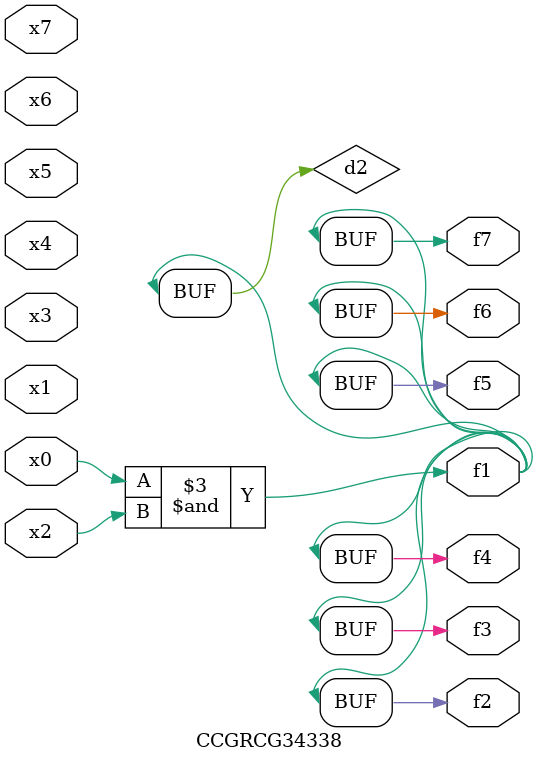
<source format=v>
module CCGRCG34338(
	input x0, x1, x2, x3, x4, x5, x6, x7,
	output f1, f2, f3, f4, f5, f6, f7
);

	wire d1, d2;

	nor (d1, x3, x6);
	and (d2, x0, x2);
	assign f1 = d2;
	assign f2 = d2;
	assign f3 = d2;
	assign f4 = d2;
	assign f5 = d2;
	assign f6 = d2;
	assign f7 = d2;
endmodule

</source>
